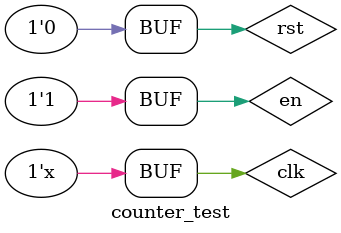
<source format=sv>
`timescale 1ns / 1ps

module  counter_test ();

reg clk , en , rst;
wire  [1:0] count;
wire tick;
counter1  #(.N(2)) c1(.clk(clk),
    .en(en), .rst(rst), .count(count), .tick(tick) );
    // clock  runs  continuously
    always  begin
    clk = ~clk; #5;
    end
    // this  block  only  runs  once
    initial  begin
    clk=0; en=0; rst =0; #7;
    rst = 1; #3;    //  reset
    ; en = 1; rst = 0; #10;
     ;    #2;
    en = 0;      #5;
    en = 1;      #3;
   ;    #2;
    en = 0;      #10;
    en = 1;      #2;
    ;    #11;
    
    end
    endmodule
</source>
